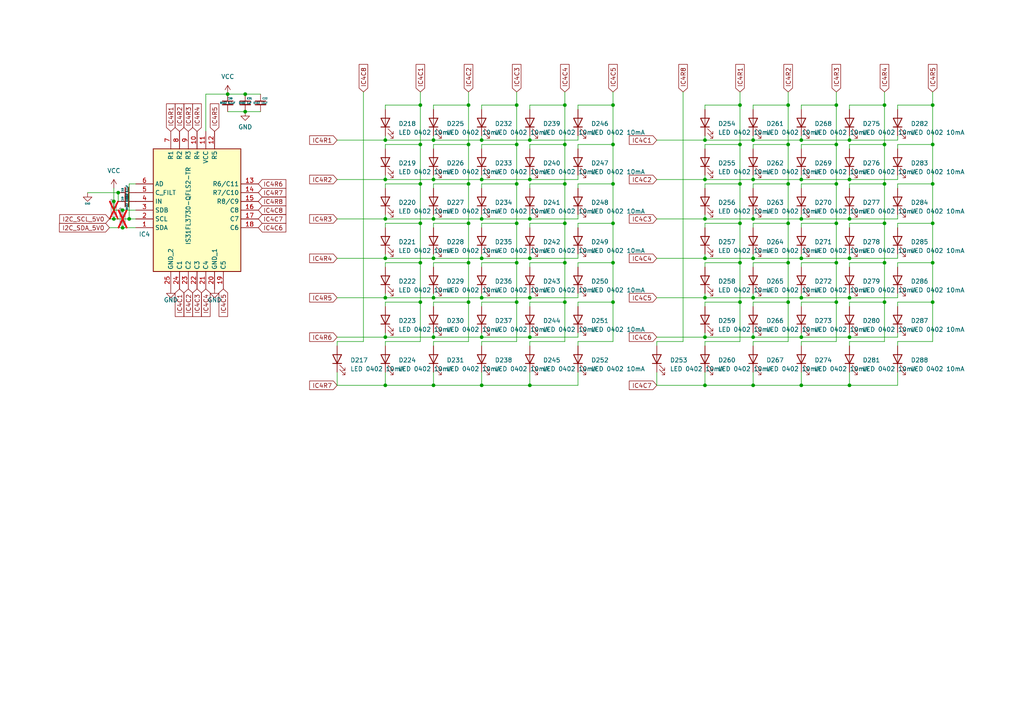
<source format=kicad_sch>
(kicad_sch (version 20231120) (generator "eeschema") (generator_version "8.0")
  (paper "A4")
  (junction (at 270.51 76.2))
  (junction (at 71.12 27.305))
  (junction (at 125.73 52.07))
  (junction (at 125.73 97.79))
  (junction (at 232.41 97.79))
  (junction (at 135.89 87.63))
  (junction (at 270.51 87.63))
  (junction (at 228.6 76.2))
  (junction (at 111.76 63.5))
  (junction (at 218.44 97.79))
  (junction (at 139.7 52.07))
  (junction (at 246.38 40.64))
  (junction (at 214.63 76.2))
  (junction (at 163.83 76.2))
  (junction (at 35.56 60.96))
  (junction (at 246.38 52.07))
  (junction (at 121.92 41.91))
  (junction (at 149.86 30.48))
  (junction (at 242.57 87.63))
  (junction (at 149.86 53.34))
  (junction (at 177.8 76.2))
  (junction (at 218.44 86.36))
  (junction (at 204.47 111.76))
  (junction (at 34.29 55.88))
  (junction (at 149.86 41.91))
  (junction (at 204.47 63.5))
  (junction (at 177.8 87.63))
  (junction (at 232.41 40.64))
  (junction (at 111.76 97.79))
  (junction (at 111.76 86.36))
  (junction (at 232.41 111.76))
  (junction (at 270.51 53.34))
  (junction (at 256.54 53.34))
  (junction (at 177.8 53.34))
  (junction (at 246.38 63.5))
  (junction (at 204.47 40.64))
  (junction (at 242.57 53.34))
  (junction (at 121.92 53.34))
  (junction (at 242.57 64.77))
  (junction (at 256.54 64.77))
  (junction (at 125.73 63.5))
  (junction (at 218.44 40.64))
  (junction (at 153.67 63.5))
  (junction (at 177.8 64.77))
  (junction (at 135.89 76.2))
  (junction (at 218.44 74.93))
  (junction (at 35.56 66.04))
  (junction (at 139.7 63.5))
  (junction (at 218.44 111.76))
  (junction (at 228.6 30.48))
  (junction (at 121.92 64.77))
  (junction (at 246.38 97.79))
  (junction (at 246.38 86.36))
  (junction (at 232.41 52.07))
  (junction (at 33.02 58.42))
  (junction (at 125.73 74.93))
  (junction (at 218.44 52.07))
  (junction (at 270.51 64.77))
  (junction (at 163.83 41.91))
  (junction (at 139.7 40.64))
  (junction (at 214.63 30.48))
  (junction (at 125.73 86.36))
  (junction (at 121.92 87.63))
  (junction (at 256.54 87.63))
  (junction (at 242.57 76.2))
  (junction (at 246.38 111.76))
  (junction (at 149.86 64.77))
  (junction (at 153.67 40.64))
  (junction (at 33.02 63.5))
  (junction (at 232.41 74.93))
  (junction (at 66.04 27.305))
  (junction (at 177.8 41.91))
  (junction (at 111.76 40.64))
  (junction (at 149.86 76.2))
  (junction (at 125.73 40.64))
  (junction (at 246.38 74.93))
  (junction (at 228.6 87.63))
  (junction (at 204.47 86.36))
  (junction (at 204.47 97.79))
  (junction (at 256.54 41.91))
  (junction (at 153.67 86.36))
  (junction (at 232.41 86.36))
  (junction (at 242.57 30.48))
  (junction (at 111.76 74.93))
  (junction (at 256.54 76.2))
  (junction (at 228.6 41.91))
  (junction (at 177.8 30.48))
  (junction (at 228.6 53.34))
  (junction (at 153.67 111.76))
  (junction (at 232.41 63.5))
  (junction (at 214.63 64.77))
  (junction (at 149.86 87.63))
  (junction (at 204.47 74.93))
  (junction (at 163.83 87.63))
  (junction (at 125.73 111.76))
  (junction (at 139.7 74.93))
  (junction (at 135.89 41.91))
  (junction (at 270.51 30.48))
  (junction (at 135.89 30.48))
  (junction (at 214.63 87.63))
  (junction (at 214.63 41.91))
  (junction (at 71.12 32.385))
  (junction (at 163.83 53.34))
  (junction (at 111.76 52.07))
  (junction (at 214.63 53.34))
  (junction (at 139.7 111.76))
  (junction (at 111.76 111.76))
  (junction (at 153.67 97.79))
  (junction (at 256.54 30.48))
  (junction (at 204.47 52.07))
  (junction (at 270.51 41.91))
  (junction (at 121.92 30.48))
  (junction (at 228.6 64.77))
  (junction (at 153.67 74.93))
  (junction (at 153.67 52.07))
  (junction (at 242.57 41.91))
  (junction (at 37.465 63.5))
  (junction (at 135.89 53.34))
  (junction (at 121.92 76.2))
  (junction (at 139.7 97.79))
  (junction (at 139.7 86.36))
  (junction (at 135.89 64.77))
  (junction (at 163.83 30.48))
  (junction (at 163.83 64.77))
  (junction (at 218.44 63.5))
  (wire (pts (xy 33.02 60.96) (xy 35.56 60.96)))
  (wire (pts (xy 167.64 54.61) (xy 167.64 53.34)))
  (wire (pts (xy 260.35 53.34) (xy 270.51 53.34)))
  (wire (pts (xy 260.35 87.63) (xy 270.51 87.63)))
  (wire (pts (xy 97.79 111.76) (xy 111.76 111.76)))
  (wire (pts (xy 246.38 111.76) (xy 260.35 111.76)))
  (wire (pts (xy 218.44 39.37) (xy 218.44 40.64)))
  (wire (pts (xy 33.02 54.61) (xy 33.02 58.42)))
  (wire (pts (xy 246.38 54.61) (xy 246.38 53.34)))
  (wire (pts (xy 246.38 88.9) (xy 246.38 87.63)))
  (wire (pts (xy 66.04 27.305) (xy 71.12 27.305)))
  (wire (pts (xy 125.73 30.48) (xy 135.89 30.48)))
  (wire (pts (xy 121.92 99.06) (xy 111.76 99.06)))
  (wire (pts (xy 260.35 74.93) (xy 260.35 73.66)))
  (wire (pts (xy 167.64 99.06) (xy 177.8 99.06)))
  (wire (pts (xy 163.83 41.91) (xy 163.83 53.34)))
  (wire (pts (xy 125.73 85.09) (xy 125.73 86.36)))
  (wire (pts (xy 111.76 87.63) (xy 121.92 87.63)))
  (wire (pts (xy 139.7 64.77) (xy 149.86 64.77)))
  (wire (pts (xy 125.73 87.63) (xy 135.89 87.63)))
  (wire (pts (xy 167.64 31.75) (xy 167.64 30.48)))
  (wire (pts (xy 204.47 73.66) (xy 204.47 74.93)))
  (wire (pts (xy 232.41 77.47) (xy 232.41 76.2)))
  (wire (pts (xy 33.02 63.5) (xy 37.465 63.5)))
  (wire (pts (xy 246.38 76.2) (xy 256.54 76.2)))
  (wire (pts (xy 218.44 52.07) (xy 232.41 52.07)))
  (wire (pts (xy 125.73 43.18) (xy 125.73 41.91)))
  (wire (pts (xy 260.35 66.04) (xy 260.35 64.77)))
  (wire (pts (xy 228.6 87.63) (xy 228.6 99.06)))
  (wire (pts (xy 139.7 97.79) (xy 153.67 97.79)))
  (wire (pts (xy 167.64 107.95) (xy 167.64 111.76)))
  (wire (pts (xy 139.7 111.76) (xy 153.67 111.76)))
  (wire (pts (xy 111.76 74.93) (xy 125.73 74.93)))
  (wire (pts (xy 97.79 74.93) (xy 111.76 74.93)))
  (wire (pts (xy 111.76 73.66) (xy 111.76 74.93)))
  (wire (pts (xy 204.47 77.47) (xy 204.47 76.2)))
  (wire (pts (xy 218.44 73.66) (xy 218.44 74.93)))
  (wire (pts (xy 204.47 76.2) (xy 214.63 76.2)))
  (wire (pts (xy 163.83 87.63) (xy 163.83 99.06)))
  (wire (pts (xy 218.44 97.79) (xy 232.41 97.79)))
  (wire (pts (xy 59.69 38.1) (xy 59.69 27.305)))
  (wire (pts (xy 97.79 111.76) (xy 97.79 107.95)))
  (wire (pts (xy 218.44 54.61) (xy 218.44 53.34)))
  (wire (pts (xy 246.38 50.8) (xy 246.38 52.07)))
  (wire (pts (xy 121.92 26.67) (xy 121.92 30.48)))
  (wire (pts (xy 256.54 64.77) (xy 256.54 76.2)))
  (wire (pts (xy 139.7 41.91) (xy 149.86 41.91)))
  (wire (pts (xy 246.38 66.04) (xy 246.38 64.77)))
  (wire (pts (xy 204.47 97.79) (xy 218.44 97.79)))
  (wire (pts (xy 246.38 63.5) (xy 260.35 63.5)))
  (wire (pts (xy 218.44 86.36) (xy 232.41 86.36)))
  (wire (pts (xy 218.44 96.52) (xy 218.44 97.79)))
  (wire (pts (xy 242.57 41.91) (xy 242.57 53.34)))
  (wire (pts (xy 214.63 76.2) (xy 214.63 87.63)))
  (wire (pts (xy 139.7 73.66) (xy 139.7 74.93)))
  (wire (pts (xy 242.57 30.48) (xy 242.57 41.91)))
  (wire (pts (xy 66.04 27.305) (xy 59.69 27.305)))
  (wire (pts (xy 260.35 52.07) (xy 260.35 50.8)))
  (wire (pts (xy 167.64 30.48) (xy 177.8 30.48)))
  (wire (pts (xy 190.5 86.36) (xy 204.47 86.36)))
  (wire (pts (xy 256.54 87.63) (xy 256.54 99.06)))
  (wire (pts (xy 177.8 87.63) (xy 177.8 76.2)))
  (wire (pts (xy 34.29 55.88) (xy 34.29 58.42)))
  (wire (pts (xy 228.6 41.91) (xy 228.6 53.34)))
  (wire (pts (xy 139.7 76.2) (xy 149.86 76.2)))
  (wire (pts (xy 153.67 52.07) (xy 167.64 52.07)))
  (wire (pts (xy 190.5 52.07) (xy 204.47 52.07)))
  (wire (pts (xy 139.7 43.18) (xy 139.7 41.91)))
  (wire (pts (xy 218.44 53.34) (xy 228.6 53.34)))
  (wire (pts (xy 232.41 99.06) (xy 232.41 100.33)))
  (wire (pts (xy 232.41 43.18) (xy 232.41 41.91)))
  (wire (pts (xy 190.5 40.64) (xy 204.47 40.64)))
  (wire (pts (xy 111.76 63.5) (xy 125.73 63.5)))
  (wire (pts (xy 270.51 76.2) (xy 270.51 64.77)))
  (wire (pts (xy 232.41 41.91) (xy 242.57 41.91)))
  (wire (pts (xy 25.4 55.88) (xy 34.29 55.88)))
  (wire (pts (xy 242.57 99.06) (xy 232.41 99.06)))
  (wire (pts (xy 260.35 77.47) (xy 260.35 76.2)))
  (wire (pts (xy 37.465 63.5) (xy 37.465 53.34)))
  (wire (pts (xy 228.6 99.06) (xy 218.44 99.06)))
  (wire (pts (xy 111.76 111.76) (xy 125.73 111.76)))
  (wire (pts (xy 149.86 41.91) (xy 149.86 53.34)))
  (wire (pts (xy 167.64 77.47) (xy 167.64 76.2)))
  (wire (pts (xy 232.41 54.61) (xy 232.41 53.34)))
  (wire (pts (xy 204.47 86.36) (xy 218.44 86.36)))
  (wire (pts (xy 97.79 99.06) (xy 97.79 100.33)))
  (wire (pts (xy 246.38 86.36) (xy 260.35 86.36)))
  (wire (pts (xy 125.73 40.64) (xy 139.7 40.64)))
  (wire (pts (xy 125.73 41.91) (xy 135.89 41.91)))
  (wire (pts (xy 228.6 64.77) (xy 228.6 76.2)))
  (wire (pts (xy 260.35 54.61) (xy 260.35 53.34)))
  (wire (pts (xy 214.63 53.34) (xy 214.63 64.77)))
  (wire (pts (xy 242.57 87.63) (xy 242.57 99.06)))
  (wire (pts (xy 218.44 87.63) (xy 228.6 87.63)))
  (wire (pts (xy 111.76 41.91) (xy 121.92 41.91)))
  (wire (pts (xy 139.7 77.47) (xy 139.7 76.2)))
  (wire (pts (xy 232.41 107.95) (xy 232.41 111.76)))
  (wire (pts (xy 242.57 53.34) (xy 242.57 64.77)))
  (wire (pts (xy 125.73 74.93) (xy 139.7 74.93)))
  (wire (pts (xy 167.64 86.36) (xy 167.64 85.09)))
  (wire (pts (xy 139.7 53.34) (xy 149.86 53.34)))
  (wire (pts (xy 153.67 39.37) (xy 153.67 40.64)))
  (wire (pts (xy 33.02 58.42) (xy 33.02 60.96)))
  (wire (pts (xy 163.83 30.48) (xy 163.83 41.91)))
  (wire (pts (xy 153.67 76.2) (xy 163.83 76.2)))
  (wire (pts (xy 204.47 88.9) (xy 204.47 87.63)))
  (wire (pts (xy 149.86 76.2) (xy 149.86 87.63)))
  (wire (pts (xy 218.44 76.2) (xy 228.6 76.2)))
  (wire (pts (xy 256.54 30.48) (xy 256.54 41.91)))
  (wire (pts (xy 246.38 87.63) (xy 256.54 87.63)))
  (wire (pts (xy 125.73 66.04) (xy 125.73 64.77)))
  (wire (pts (xy 232.41 111.76) (xy 246.38 111.76)))
  (wire (pts (xy 218.44 64.77) (xy 228.6 64.77)))
  (wire (pts (xy 153.67 41.91) (xy 163.83 41.91)))
  (wire (pts (xy 177.8 41.91) (xy 177.8 30.48)))
  (wire (pts (xy 153.67 66.04) (xy 153.67 64.77)))
  (wire (pts (xy 177.8 99.06) (xy 177.8 87.63)))
  (wire (pts (xy 232.41 64.77) (xy 242.57 64.77)))
  (wire (pts (xy 163.83 64.77) (xy 163.83 76.2)))
  (wire (pts (xy 232.41 85.09) (xy 232.41 86.36)))
  (wire (pts (xy 75.565 27.305) (xy 71.12 27.305)))
  (wire (pts (xy 204.47 30.48) (xy 214.63 30.48)))
  (wire (pts (xy 97.79 40.64) (xy 111.76 40.64)))
  (wire (pts (xy 204.47 99.06) (xy 204.47 100.33)))
  (wire (pts (xy 153.67 77.47) (xy 153.67 76.2)))
  (wire (pts (xy 153.67 50.8) (xy 153.67 52.07)))
  (wire (pts (xy 153.67 99.06) (xy 153.67 100.33)))
  (wire (pts (xy 204.47 41.91) (xy 214.63 41.91)))
  (wire (pts (xy 121.92 87.63) (xy 121.92 99.06)))
  (wire (pts (xy 246.38 43.18) (xy 246.38 41.91)))
  (wire (pts (xy 31.75 66.04) (xy 35.56 66.04)))
  (wire (pts (xy 111.76 52.07) (xy 125.73 52.07)))
  (wire (pts (xy 149.86 87.63) (xy 149.86 99.06)))
  (wire (pts (xy 218.44 107.95) (xy 218.44 111.76)))
  (wire (pts (xy 153.67 88.9) (xy 153.67 87.63)))
  (wire (pts (xy 97.79 63.5) (xy 111.76 63.5)))
  (wire (pts (xy 125.73 86.36) (xy 139.7 86.36)))
  (wire (pts (xy 71.12 32.385) (xy 66.04 32.385)))
  (wire (pts (xy 214.63 26.67) (xy 214.63 30.48)))
  (wire (pts (xy 218.44 40.64) (xy 232.41 40.64)))
  (wire (pts (xy 256.54 26.67) (xy 256.54 30.48)))
  (wire (pts (xy 167.64 41.91) (xy 177.8 41.91)))
  (wire (pts (xy 218.44 111.76) (xy 232.41 111.76)))
  (wire (pts (xy 190.5 111.76) (xy 204.47 111.76)))
  (wire (pts (xy 125.73 77.47) (xy 125.73 76.2)))
  (wire (pts (xy 260.35 99.06) (xy 260.35 100.33)))
  (wire (pts (xy 204.47 52.07) (xy 218.44 52.07)))
  (wire (pts (xy 204.47 39.37) (xy 204.47 40.64)))
  (wire (pts (xy 232.41 62.23) (xy 232.41 63.5)))
  (wire (pts (xy 135.89 41.91) (xy 135.89 53.34)))
  (wire (pts (xy 167.64 74.93) (xy 167.64 73.66)))
  (wire (pts (xy 97.79 52.07) (xy 111.76 52.07)))
  (wire (pts (xy 125.73 53.34) (xy 135.89 53.34)))
  (wire (pts (xy 111.76 64.77) (xy 121.92 64.77)))
  (wire (pts (xy 97.79 97.79) (xy 111.76 97.79)))
  (wire (pts (xy 139.7 99.06) (xy 139.7 100.33)))
  (wire (pts (xy 125.73 96.52) (xy 125.73 97.79)))
  (wire (pts (xy 153.67 87.63) (xy 163.83 87.63)))
  (wire (pts (xy 198.12 26.67) (xy 198.12 99.06)))
  (wire (pts (xy 204.47 63.5) (xy 218.44 63.5)))
  (wire (pts (xy 153.67 86.36) (xy 167.64 86.36)))
  (wire (pts (xy 246.38 41.91) (xy 256.54 41.91)))
  (wire (pts (xy 125.73 97.79) (xy 139.7 97.79)))
  (wire (pts (xy 121.92 76.2) (xy 121.92 87.63)))
  (wire (pts (xy 125.73 62.23) (xy 125.73 63.5)))
  (wire (pts (xy 163.83 99.06) (xy 153.67 99.06)))
  (wire (pts (xy 139.7 50.8) (xy 139.7 52.07)))
  (wire (pts (xy 139.7 88.9) (xy 139.7 87.63)))
  (wire (pts (xy 125.73 107.95) (xy 125.73 111.76)))
  (wire (pts (xy 163.83 26.67) (xy 163.83 30.48)))
  (wire (pts (xy 139.7 86.36) (xy 153.67 86.36)))
  (wire (pts (xy 121.92 41.91) (xy 121.92 53.34)))
  (wire (pts (xy 232.41 86.36) (xy 246.38 86.36)))
  (wire (pts (xy 260.35 99.06) (xy 270.51 99.06)))
  (wire (pts (xy 125.73 64.77) (xy 135.89 64.77)))
  (wire (pts (xy 232.41 63.5) (xy 246.38 63.5)))
  (wire (pts (xy 149.86 30.48) (xy 149.86 41.91)))
  (wire (pts (xy 256.54 99.06) (xy 246.38 99.06)))
  (wire (pts (xy 167.64 43.18) (xy 167.64 41.91)))
  (wire (pts (xy 246.38 53.34) (xy 256.54 53.34)))
  (wire (pts (xy 204.47 111.76) (xy 218.44 111.76)))
  (wire (pts (xy 218.44 66.04) (xy 218.44 64.77)))
  (wire (pts (xy 204.47 53.34) (xy 214.63 53.34)))
  (wire (pts (xy 153.67 96.52) (xy 153.67 97.79)))
  (wire (pts (xy 228.6 53.34) (xy 228.6 64.77)))
  (wire (pts (xy 218.44 50.8) (xy 218.44 52.07)))
  (wire (pts (xy 260.35 107.95) (xy 260.35 111.76)))
  (wire (pts (xy 204.47 107.95) (xy 204.47 111.76)))
  (wire (pts (xy 135.89 76.2) (xy 135.89 87.63)))
  (wire (pts (xy 270.51 41.91) (xy 270.51 30.48)))
  (wire (pts (xy 232.41 52.07) (xy 246.38 52.07)))
  (wire (pts (xy 125.73 111.76) (xy 139.7 111.76)))
  (wire (pts (xy 111.76 99.06) (xy 111.76 100.33)))
  (wire (pts (xy 218.44 85.09) (xy 218.44 86.36)))
  (wire (pts (xy 204.47 85.09) (xy 204.47 86.36)))
  (wire (pts (xy 270.51 64.77) (xy 270.51 53.34)))
  (wire (pts (xy 218.44 99.06) (xy 218.44 100.33)))
  (wire (pts (xy 260.35 64.77) (xy 270.51 64.77)))
  (wire (pts (xy 260.35 63.5) (xy 260.35 62.23)))
  (wire (pts (xy 218.44 77.47) (xy 218.44 76.2)))
  (wire (pts (xy 218.44 88.9) (xy 218.44 87.63)))
  (wire (pts (xy 177.8 64.77) (xy 177.8 53.34)))
  (wire (pts (xy 246.38 62.23) (xy 246.38 63.5)))
  (wire (pts (xy 135.89 53.34) (xy 135.89 64.77)))
  (wire (pts (xy 125.73 39.37) (xy 125.73 40.64)))
  (wire (pts (xy 153.67 43.18) (xy 153.67 41.91)))
  (wire (pts (xy 167.64 53.34) (xy 177.8 53.34)))
  (wire (pts (xy 75.565 32.385) (xy 71.12 32.385)))
  (wire (pts (xy 260.35 30.48) (xy 270.51 30.48)))
  (wire (pts (xy 218.44 62.23) (xy 218.44 63.5)))
  (wire (pts (xy 270.51 87.63) (xy 270.51 76.2)))
  (wire (pts (xy 218.44 31.75) (xy 218.44 30.48)))
  (wire (pts (xy 246.38 30.48) (xy 256.54 30.48)))
  (wire (pts (xy 135.89 87.63) (xy 135.89 99.06)))
  (wire (pts (xy 135.89 99.06) (xy 125.73 99.06)))
  (wire (pts (xy 204.47 62.23) (xy 204.47 63.5)))
  (wire (pts (xy 149.86 64.77) (xy 149.86 76.2)))
  (wire (pts (xy 204.47 64.77) (xy 214.63 64.77)))
  (wire (pts (xy 125.73 63.5) (xy 139.7 63.5)))
  (wire (pts (xy 232.41 73.66) (xy 232.41 74.93)))
  (wire (pts (xy 111.76 97.79) (xy 125.73 97.79)))
  (wire (pts (xy 190.5 97.79) (xy 204.47 97.79)))
  (wire (pts (xy 35.56 66.04) (xy 39.37 66.04)))
  (wire (pts (xy 204.47 87.63) (xy 214.63 87.63)))
  (wire (pts (xy 204.47 40.64) (xy 218.44 40.64)))
  (wire (pts (xy 232.41 50.8) (xy 232.41 52.07)))
  (wire (pts (xy 232.41 74.93) (xy 246.38 74.93)))
  (wire (pts (xy 167.64 99.06) (xy 167.64 100.33)))
  (wire (pts (xy 153.67 54.61) (xy 153.67 53.34)))
  (wire (pts (xy 204.47 43.18) (xy 204.47 41.91)))
  (wire (pts (xy 125.73 50.8) (xy 125.73 52.07)))
  (wire (pts (xy 153.67 31.75) (xy 153.67 30.48)))
  (wire (pts (xy 228.6 26.67) (xy 228.6 30.48)))
  (wire (pts (xy 218.44 74.93) (xy 232.41 74.93)))
  (wire (pts (xy 256.54 76.2) (xy 256.54 87.63)))
  (wire (pts (xy 139.7 87.63) (xy 149.86 87.63)))
  (wire (pts (xy 228.6 76.2) (xy 228.6 87.63)))
  (wire (pts (xy 139.7 40.64) (xy 153.67 40.64)))
  (wire (pts (xy 153.67 53.34) (xy 163.83 53.34)))
  (wire (pts (xy 167.64 63.5) (xy 167.64 62.23)))
  (wire (pts (xy 190.5 63.5) (xy 204.47 63.5)))
  (wire (pts (xy 111.76 43.18) (xy 111.76 41.91)))
  (wire (pts (xy 111.76 77.47) (xy 111.76 76.2)))
  (wire (pts (xy 111.76 107.95) (xy 111.76 111.76)))
  (wire (pts (xy 153.67 30.48) (xy 163.83 30.48)))
  (wire (pts (xy 246.38 96.52) (xy 246.38 97.79)))
  (wire (pts (xy 111.76 30.48) (xy 121.92 30.48)))
  (wire (pts (xy 167.64 88.9) (xy 167.64 87.63)))
  (wire (pts (xy 125.73 54.61) (xy 125.73 53.34)))
  (wire (pts (xy 167.64 40.64) (xy 167.64 39.37)))
  (wire (pts (xy 139.7 54.61) (xy 139.7 53.34)))
  (wire (pts (xy 121.92 64.77) (xy 121.92 76.2)))
  (wire (pts (xy 135.89 30.48) (xy 135.89 41.91)))
  (wire (pts (xy 204.47 96.52) (xy 204.47 97.79)))
  (wire (pts (xy 125.73 88.9) (xy 125.73 87.63)))
  (wire (pts (xy 111.76 66.04) (xy 111.76 64.77)))
  (wire (pts (xy 111.76 86.36) (xy 125.73 86.36)))
  (wire (pts (xy 256.54 53.34) (xy 256.54 64.77)))
  (wire (pts (xy 149.86 53.34) (xy 149.86 64.77)))
  (wire (pts (xy 232.41 39.37) (xy 232.41 40.64)))
  (wire (pts (xy 214.63 41.91) (xy 214.63 53.34)))
  (wire (pts (xy 125.73 99.06) (xy 125.73 100.33)))
  (wire (pts (xy 232.41 96.52) (xy 232.41 97.79)))
  (wire (pts (xy 31.75 63.5) (xy 33.02 63.5)))
  (wire (pts (xy 97.79 86.36) (xy 111.76 86.36)))
  (wire (pts (xy 121.92 53.34) (xy 121.92 64.77)))
  (wire (pts (xy 246.38 52.07) (xy 260.35 52.07)))
  (wire (pts (xy 111.76 54.61) (xy 111.76 53.34)))
  (wire (pts (xy 270.51 30.48) (xy 270.51 26.67)))
  (wire (pts (xy 204.47 74.93) (xy 218.44 74.93)))
  (wire (pts (xy 218.44 63.5) (xy 232.41 63.5)))
  (wire (pts (xy 153.67 97.79) (xy 167.64 97.79)))
  (wire (pts (xy 37.465 53.34) (xy 39.37 53.34)))
  (wire (pts (xy 125.73 73.66) (xy 125.73 74.93)))
  (wire (pts (xy 135.89 26.67) (xy 135.89 30.48)))
  (wire (pts (xy 125.73 52.07) (xy 139.7 52.07)))
  (wire (pts (xy 214.63 64.77) (xy 214.63 76.2)))
  (wire (pts (xy 139.7 31.75) (xy 139.7 30.48)))
  (wire (pts (xy 246.38 99.06) (xy 246.38 100.33)))
  (wire (pts (xy 242.57 64.77) (xy 242.57 76.2)))
  (wire (pts (xy 153.67 73.66) (xy 153.67 74.93)))
  (wire (pts (xy 153.67 40.64) (xy 167.64 40.64)))
  (wire (pts (xy 232.41 40.64) (xy 246.38 40.64)))
  (wire (pts (xy 125.73 31.75) (xy 125.73 30.48)))
  (wire (pts (xy 111.76 85.09) (xy 111.76 86.36)))
  (wire (pts (xy 177.8 53.34) (xy 177.8 41.91)))
  (wire (pts (xy 153.67 74.93) (xy 167.64 74.93)))
  (wire (pts (xy 167.64 66.04) (xy 167.64 64.77)))
  (wire (pts (xy 242.57 26.67) (xy 242.57 30.48)))
  (wire (pts (xy 167.64 97.79) (xy 167.64 96.52)))
  (wire (pts (xy 111.76 40.64) (xy 125.73 40.64)))
  (wire (pts (xy 232.41 87.63) (xy 242.57 87.63)))
  (wire (pts (xy 139.7 85.09) (xy 139.7 86.36)))
  (wire (pts (xy 204.47 50.8) (xy 204.47 52.07)))
  (wire (pts (xy 37.465 63.5) (xy 39.37 63.5)))
  (wire (pts (xy 111.76 50.8) (xy 111.76 52.07)))
  (wire (pts (xy 260.35 76.2) (xy 270.51 76.2)))
  (wire (pts (xy 111.76 53.34) (xy 121.92 53.34)))
  (wire (pts (xy 246.38 64.77) (xy 256.54 64.77)))
  (wire (pts (xy 232.41 66.04) (xy 232.41 64.77)))
  (wire (pts (xy 218.44 30.48) (xy 228.6 30.48)))
  (wire (pts (xy 246.38 77.47) (xy 246.38 76.2)))
  (wire (pts (xy 214.63 99.06) (xy 204.47 99.06)))
  (wire (pts (xy 177.8 76.2) (xy 177.8 64.77)))
  (wire (pts (xy 139.7 63.5) (xy 153.67 63.5)))
  (wire (pts (xy 232.41 88.9) (xy 232.41 87.63)))
  (wire (pts (xy 246.38 85.09) (xy 246.38 86.36)))
  (wire (pts (xy 232.41 53.34) (xy 242.57 53.34)))
  (wire (pts (xy 214.63 87.63) (xy 214.63 99.06)))
  (wire (pts (xy 260.35 86.36) (xy 260.35 85.09)))
  (wire (pts (xy 232.41 97.79) (xy 246.38 97.79)))
  (wire (pts (xy 139.7 107.95) (xy 139.7 111.76)))
  (wire (pts (xy 270.51 99.06) (xy 270.51 87.63)))
  (wire (pts (xy 139.7 62.23) (xy 139.7 63.5)))
  (wire (pts (xy 204.47 66.04) (xy 204.47 64.77)))
  (wire (pts (xy 153.67 62.23) (xy 153.67 63.5)))
  (wire (pts (xy 228.6 30.48) (xy 228.6 41.91)))
  (wire (pts (xy 149.86 26.67) (xy 149.86 30.48)))
  (wire (pts (xy 35.56 60.96) (xy 39.37 60.96)))
  (wire (pts (xy 163.83 76.2) (xy 163.83 87.63)))
  (wire (pts (xy 260.35 88.9) (xy 260.35 87.63)))
  (wire (pts (xy 177.8 30.48) (xy 177.8 26.67)))
  (wire (pts (xy 242.57 76.2) (xy 242.57 87.63)))
  (wire (pts (xy 232.41 31.75) (xy 232.41 30.48)))
  (wire (pts (xy 246.38 74.93) (xy 260.35 74.93)))
  (wire (pts (xy 167.64 76.2) (xy 177.8 76.2)))
  (wire (pts (xy 111.76 31.75) (xy 111.76 30.48)))
  (wire (pts (xy 139.7 96.52) (xy 139.7 97.79)))
  (wire (pts (xy 139.7 39.37) (xy 139.7 40.64)))
  (wire (pts (xy 204.47 31.75) (xy 204.47 30.48)))
  (wire (pts (xy 153.67 85.09) (xy 153.67 86.36)))
  (wire (pts (xy 149.86 99.06) (xy 139.7 99.06)))
  (wire (pts (xy 246.38 73.66) (xy 246.38 74.93)))
  (wire (pts (xy 214.63 30.48) (xy 214.63 41.91)))
  (wire (pts (xy 246.38 107.95) (xy 246.38 111.76)))
  (wire (pts (xy 105.41 26.67) (xy 105.41 99.06)))
  (wire (pts (xy 190.5 74.93) (xy 204.47 74.93)))
  (wire (pts (xy 153.67 63.5) (xy 167.64 63.5)))
  (wire (pts (xy 135.89 64.77) (xy 135.89 76.2)))
  (wire (pts (xy 167.64 87.63) (xy 177.8 87.63)))
  (wire (pts (xy 111.76 39.37) (xy 111.76 40.64)))
  (wire (pts (xy 218.44 43.18) (xy 218.44 41.91)))
  (wire (pts (xy 270.51 53.34) (xy 270.51 41.91)))
  (wire (pts (xy 139.7 52.07) (xy 153.67 52.07)))
  (wire (pts (xy 232.41 76.2) (xy 242.57 76.2)))
  (wire (pts (xy 167.64 52.07) (xy 167.64 50.8)))
  (wire (pts (xy 198.12 99.06) (xy 190.5 99.06)))
  (wire (pts (xy 246.38 40.64) (xy 260.35 40.64)))
  (wire (pts (xy 167.64 64.77) (xy 177.8 64.77)))
  (wire (pts (xy 111.76 62.23) (xy 111.76 63.5)))
  (wire (pts (xy 139.7 66.04) (xy 139.7 64.77)))
  (wire (pts (xy 153.67 64.77) (xy 163.83 64.77)))
  (wire (pts (xy 246.38 39.37) (xy 246.38 40.64)))
  (wire (pts (xy 125.73 76.2) (xy 135.89 76.2)))
  (wire (pts (xy 139.7 74.93) (xy 153.67 74.93)))
  (wire (pts (xy 153.67 111.76) (xy 167.64 111.76)))
  (wire (pts (xy 260.35 97.79) (xy 260.35 96.52)))
  (wire (pts (xy 260.35 43.18) (xy 260.35 41.91)))
  (wire (pts (xy 204.47 54.61) (xy 204.47 53.34)))
  (wire (pts (xy 190.5 111.76) (xy 190.5 107.95)))
  (wire (pts (xy 246.38 97.79) (xy 260.35 97.79)))
  (wire (pts (xy 190.5 99.06) (xy 190.5 100.33)))
  (wire (pts (xy 153.67 107.95) (xy 153.67 111.76)))
  (wire (pts (xy 256.54 41.91) (xy 256.54 53.34)))
  (wire (pts (xy 218.44 41.91) (xy 228.6 41.91)))
  (wire (pts (xy 105.41 99.06) (xy 97.79 99.06)))
  (wire (pts (xy 260.35 40.64) (xy 260.35 39.37)))
  (wire (pts (xy 111.76 96.52) (xy 111.76 97.79)))
  (wire (pts (xy 246.38 31.75) (xy 246.38 30.48)))
  (wire (pts (xy 260.35 41.91) (xy 270.51 41.91)))
  (wire (pts (xy 232.41 30.48) (xy 242.57 30.48)))
  (wire (pts (xy 260.35 31.75) (xy 260.35 30.48)))
  (wire (pts (xy 163.83 53.34) (xy 163.83 64.77)))
  (wire (pts (xy 111.76 76.2) (xy 121.92 76.2)))
  (wire (pts (xy 121.92 30.48) (xy 121.92 41.91)))
  (wire (pts (xy 111.76 88.9) (xy 111.76 87.63)))
  (wire (pts (xy 139.7 30.48) (xy 149.86 30.48)))
  (global_label "IC4C7" (shape input) (at 74.93 63.5 0) (property "Intersheetrefs" "${INTERSHEET_REFS}" (effects (hide yes))))
  (global_label "IC4C6" (shape input) (at 190.5 97.79 180) (property "Intersheetrefs" "${INTERSHEET_REFS}" (effects (hide yes))))
  (global_label "IC4R7" (shape input) (at 97.79 111.76 180) (property "Intersheetrefs" "${INTERSHEET_REFS}" (effects (hide yes))))
  (global_label "IC4C2" (shape input) (at 190.5 52.07 180) (property "Intersheetrefs" "${INTERSHEET_REFS}" (effects (hide yes))))
  (global_label "IC4C4" (shape input) (at 190.5 74.93 180) (property "Intersheetrefs" "${INTERSHEET_REFS}" (effects (hide yes))))
  (global_label "IC4R8" (shape input) (at 74.93 58.42 0) (property "Intersheetrefs" "${INTERSHEET_REFS}" (effects (hide yes))))
  (global_label "IC4R7" (shape input) (at 74.93 55.88 0) (property "Intersheetrefs" "${INTERSHEET_REFS}" (effects (hide yes))))
  (global_label "IC4C1" (shape input) (at 121.92 26.67 90) (property "Intersheetrefs" "${INTERSHEET_REFS}" (effects (hide yes))))
  (global_label "IC4C5" (shape input) (at 177.8 26.67 90) (property "Intersheetrefs" "${INTERSHEET_REFS}" (effects (hide yes))))
  (global_label "IC4C3" (shape input) (at 190.5 63.5 180) (property "Intersheetrefs" "${INTERSHEET_REFS}" (effects (hide yes))))
  (global_label "IC4R3" (shape input) (at 97.79 63.5 180) (property "Intersheetrefs" "${INTERSHEET_REFS}" (effects (hide yes))))
  (global_label "IC4C1" (shape input) (at 52.07 83.82 270) (property "Intersheetrefs" "${INTERSHEET_REFS}" (effects (hide yes))))
  (global_label "IC4R3" (shape input) (at 242.57 26.67 90) (property "Intersheetrefs" "${INTERSHEET_REFS}" (effects (hide yes))))
  (global_label "IC4C2" (shape input) (at 54.61 83.82 270) (property "Intersheetrefs" "${INTERSHEET_REFS}" (effects (hide yes))))
  (global_label "IC4C4" (shape input) (at 59.69 83.82 270) (property "Intersheetrefs" "${INTERSHEET_REFS}" (effects (hide yes))))
  (global_label "IC4R4" (shape input) (at 57.15 38.1 90) (property "Intersheetrefs" "${INTERSHEET_REFS}" (effects (hide yes))))
  (global_label "IC4R4" (shape input) (at 97.79 74.93 180) (property "Intersheetrefs" "${INTERSHEET_REFS}" (effects (hide yes))))
  (global_label "I2C_SCL_5V0" (shape input) (at 31.75 63.5 180) (property "Intersheetrefs" "${INTERSHEET_REFS}" (effects (hide yes))))
  (global_label "IC4R2" (shape input) (at 52.07 38.1 90) (property "Intersheetrefs" "${INTERSHEET_REFS}" (effects (hide yes))))
  (global_label "I2C_SDA_5V0" (shape input) (at 31.75 66.04 180) (property "Intersheetrefs" "${INTERSHEET_REFS}" (effects (hide yes))))
  (global_label "IC4C8" (shape input) (at 74.93 60.96 0) (property "Intersheetrefs" "${INTERSHEET_REFS}" (effects (hide yes))))
  (global_label "IC4C7" (shape input) (at 190.5 111.76 180) (property "Intersheetrefs" "${INTERSHEET_REFS}" (effects (hide yes))))
  (global_label "IC4C3" (shape input) (at 149.86 26.67 90) (property "Intersheetrefs" "${INTERSHEET_REFS}" (effects (hide yes))))
  (global_label "IC4C1" (shape input) (at 190.5 40.64 180) (property "Intersheetrefs" "${INTERSHEET_REFS}" (effects (hide yes))))
  (global_label "IC4R8" (shape input) (at 198.12 26.67 90) (property "Intersheetrefs" "${INTERSHEET_REFS}" (effects (hide yes))))
  (global_label "IC4R5" (shape input) (at 97.79 86.36 180) (property "Intersheetrefs" "${INTERSHEET_REFS}" (effects (hide yes))))
  (global_label "IC4R5" (shape input) (at 270.51 26.67 90) (property "Intersheetrefs" "${INTERSHEET_REFS}" (effects (hide yes))))
  (global_label "IC4R6" (shape input) (at 97.79 97.79 180) (property "Intersheetrefs" "${INTERSHEET_REFS}" (effects (hide yes))))
  (global_label "IC4C5" (shape input) (at 190.5 86.36 180) (property "Intersheetrefs" "${INTERSHEET_REFS}" (effects (hide yes))))
  (global_label "IC4C4" (shape input) (at 163.83 26.67 90) (property "Intersheetrefs" "${INTERSHEET_REFS}" (effects (hide yes))))
  (global_label "IC4C8" (shape input) (at 105.41 26.67 90) (property "Intersheetrefs" "${INTERSHEET_REFS}" (effects (hide yes))))
  (global_label "IC4C2" (shape input) (at 135.89 26.67 90) (property "Intersheetrefs" "${INTERSHEET_REFS}" (effects (hide yes))))
  (global_label "IC4R1" (shape input) (at 214.63 26.67 90) (property "Intersheetrefs" "${INTERSHEET_REFS}" (effects (hide yes))))
  (global_label "IC4R5" (shape input) (at 62.23 38.1 90) (property "Intersheetrefs" "${INTERSHEET_REFS}" (effects (hide yes))))
  (global_label "IC4R1" (shape input) (at 97.79 40.64 180) (property "Intersheetrefs" "${INTERSHEET_REFS}" (effects (hide yes))))
  (global_label "IC4R4" (shape input) (at 256.54 26.67 90) (property "Intersheetrefs" "${INTERSHEET_REFS}" (effects (hide yes))))
  (global_label "IC4R1" (shape input) (at 49.53 38.1 90) (property "Intersheetrefs" "${INTERSHEET_REFS}" (effects (hide yes))))
  (global_label "IC4R2" (shape input) (at 228.6 26.67 90) (property "Intersheetrefs" "${INTERSHEET_REFS}" (effects (hide yes))))
  (global_label "IC4R6" (shape input) (at 74.93 53.34 0) (property "Intersheetrefs" "${INTERSHEET_REFS}" (effects (hide yes))))
  (global_label "IC4C6" (shape input) (at 74.93 66.04 0) (property "Intersheetrefs" "${INTERSHEET_REFS}" (effects (hide yes))))
  (global_label "IC4R2" (shape input) (at 97.79 52.07 180) (property "Intersheetrefs" "${INTERSHEET_REFS}" (effects (hide yes))))
  (global_label "IC4C5" (shape input) (at 64.77 83.82 270) (property "Intersheetrefs" "${INTERSHEET_REFS}" (effects (hide yes))))
  (global_label "IC4C3" (shape input) (at 57.15 83.82 270) (property "Intersheetrefs" "${INTERSHEET_REFS}" (effects (hide yes))))
  (global_label "IC4R3" (shape input) (at 54.61 38.1 90) (property "Intersheetrefs" "${INTERSHEET_REFS}" (effects (hide yes))))
  (symbol (lib_id "Device:LED") (at 153.67 92.71 90) (unit 1)
    (property "Reference" "D244" (at 157.48 93.0275 90) (effects (justify right)))
    (property "Value" "LED 0402 10mA" (at 157.48 95.5675 90) (effects (justify right)))
    (property "Footprint" "LED_SMD:LED_0402_1005Metric" (effects (hide yes)))
  )
  (symbol (lib_id "Device:LED") (at 125.73 92.71 90) (unit 1)
    (property "Reference" "D230" (at 129.54 93.0275 90) (effects (justify right)))
    (property "Value" "LED 0402 10mA" (at 129.54 95.5675 90) (effects (justify right)))
    (property "Footprint" "LED_SMD:LED_0402_1005Metric" (effects (hide yes)))
  )
  (symbol (lib_id "Device:LED") (at 125.73 81.28 90) (unit 1)
    (property "Reference" "D229" (at 129.54 81.5975 90) (effects (justify right)))
    (property "Value" "LED 0402 10mA" (at 129.54 84.1375 90) (effects (justify right)))
    (property "Footprint" "LED_SMD:LED_0402_1005Metric" (effects (hide yes)))
  )
  (symbol (lib_id "Device:LED") (at 232.41 81.28 90) (unit 1)
    (property "Reference" "D272" (at 236.22 81.5975 90) (effects (justify right)))
    (property "Value" "LED 0402 10mA" (at 236.22 84.1375 90) (effects (justify right)))
    (property "Footprint" "LED_SMD:LED_0402_1005Metric" (effects (hide yes)))
  )
  (symbol (lib_id "power:GND") (at 25.4 55.88 0) (unit 1)
    (property "Reference" "#PWR021" (effects (hide yes)))
    (property "Value" "GND" (at 25.4 59.055 0) (effects (font (size 0.5 0.5))))
  )
  (symbol (lib_id "Device:LED") (at 260.35 81.28 90) (unit 1)
    (property "Reference" "D286" (at 264.16 81.5975 90) (effects (justify right)))
    (property "Value" "LED 0402 10mA" (at 264.16 84.1375 90) (effects (justify right)))
    (property "Footprint" "LED_SMD:LED_0402_1005Metric" (effects (hide yes)))
  )
  (symbol (lib_id "power:VCC") (at 33.02 54.61 0) (unit 1)
    (property "Reference" "#PWR022" (effects (hide yes)))
    (property "Value" "VCC" (at 33.02 49.53 0))
  )
  (symbol (lib_id "IS31FL3730-QFLS2-TR:IS31FL3730-QFLS2-TR") (at 39.37 66.04 0) (mirror x) (unit 1)
    (property "Reference" "IC4" (at 41.91 67.945 0))
    (property "Value" "IS31FL3730-QFLS2-TR" (at 54.61 59.69 90))
    (property "Footprint" "Package_DFN_QFN:QFN-24-1EP_4x4mm_P0.5mm_EP2.6x2.6mm_ThermalVias" (effects (hide yes)))
    (property "Datasheet" "https://componentsearchengine.com/Datasheets/1/IS31FL3730-QFLS2-TR.pdf" (effects (hide yes)))
    (property "Height" "0.8" (effects (hide yes)))
    (property "Mouser Part Number" "870-IS31FL3730QFLS2R" (effects (hide yes)))
    (property "Mouser Price/Stock" "https://www.mouser.com/Search/Refine.aspx?Keyword=870-IS31FL3730QFLS2R" (effects (hide yes)))
    (property "Manufacturer_Name" "Integrated Silicon Solution Inc." (effects (hide yes)))
    (property "Manufacturer_Part_Number" "IS31FL3730-QFLS2-TR" (effects (hide yes)))
  )
  (symbol (lib_id "Device:LED") (at 246.38 104.14 90) (unit 1)
    (property "Reference" "D281" (at 250.19 104.4575 90) (effects (justify right)))
    (property "Value" "LED 0402 10mA" (at 250.19 106.9975 90) (effects (justify right)))
    (property "Footprint" "LED_SMD:LED_0402_1005Metric" (effects (hide yes)))
  )
  (symbol (lib_id "Device:C_Small") (at 36.83 55.88 90) (unit 1)
    (property "Reference" "C18" (at 35.56 55.245 0) (effects (font (size 0.5 0.5))))
    (property "Value" "0402 0.1uF" (at 36.83 55.88 0) (effects (font (size 0.5 0.5))))
    (property "Footprint" "Capacitor_SMD:C_0402_1005Metric" (effects (hide yes)))
  )
  (symbol (lib_id "Device:LED") (at 260.35 58.42 90) (unit 1)
    (property "Reference" "D284" (at 264.16 58.7375 90) (effects (justify right)))
    (property "Value" "LED 0402 10mA" (at 264.16 61.2775 90) (effects (justify right)))
    (property "Footprint" "LED_SMD:LED_0402_1005Metric" (effects (hide yes)))
  )
  (symbol (lib_id "Device:LED") (at 125.73 46.99 90) (unit 1)
    (property "Reference" "D226" (at 129.54 47.3075 90) (effects (justify right)))
    (property "Value" "LED 0402 10mA" (at 129.54 49.8475 90) (effects (justify right)))
    (property "Footprint" "LED_SMD:LED_0402_1005Metric" (effects (hide yes)))
  )
  (symbol (lib_id "Device:LED") (at 111.76 46.99 90) (unit 1)
    (property "Reference" "D219" (at 115.57 47.3075 90) (effects (justify right)))
    (property "Value" "LED 0402 10mA" (at 115.57 49.8475 90) (effects (justify right)))
    (property "Footprint" "LED_SMD:LED_0402_1005Metric" (effects (hide yes)))
  )
  (symbol (lib_id "power:GND") (at 49.53 83.82 0) (mirror y) (unit 1)
    (property "Reference" "#PWR023" (effects (hide yes)))
    (property "Value" "GND" (at 49.53 86.995 0))
  )
  (symbol (lib_id "Device:LED") (at 218.44 46.99 90) (unit 1)
    (property "Reference" "D262" (at 222.25 47.3075 90) (effects (justify right)))
    (property "Value" "LED 0402 10mA" (at 222.25 49.8475 90) (effects (justify right)))
    (property "Footprint" "LED_SMD:LED_0402_1005Metric" (effects (hide yes)))
  )
  (symbol (lib_id "Device:LED") (at 111.76 58.42 90) (unit 1)
    (property "Reference" "D220" (at 115.57 58.7375 90) (effects (justify right)))
    (property "Value" "LED 0402 10mA" (at 115.57 61.2775 90) (effects (justify right)))
    (property "Footprint" "LED_SMD:LED_0402_1005Metric" (effects (hide yes)))
  )
  (symbol (lib_id "Device:LED") (at 111.76 104.14 90) (unit 1)
    (property "Reference" "D224" (at 115.57 104.4575 90) (effects (justify right)))
    (property "Value" "LED 0402 10mA" (at 115.57 106.9975 90) (effects (justify right)))
    (property "Footprint" "LED_SMD:LED_0402_1005Metric" (effects (hide yes)))
  )
  (symbol (lib_id "Device:LED") (at 111.76 69.85 90) (unit 1)
    (property "Reference" "D221" (at 115.57 70.1675 90) (effects (justify right)))
    (property "Value" "LED 0402 10mA" (at 115.57 72.7075 90) (effects (justify right)))
    (property "Footprint" "LED_SMD:LED_0402_1005Metric" (effects (hide yes)))
  )
  (symbol (lib_id "Device:LED") (at 139.7 69.85 90) (unit 1)
    (property "Reference" "D235" (at 143.51 70.1675 90) (effects (justify right)))
    (property "Value" "LED 0402 10mA" (at 143.51 72.7075 90) (effects (justify right)))
    (property "Footprint" "LED_SMD:LED_0402_1005Metric" (effects (hide yes)))
  )
  (symbol (lib_id "Device:LED") (at 260.35 46.99 90) (unit 1)
    (property "Reference" "D283" (at 264.16 47.3075 90) (effects (justify right)))
    (property "Value" "LED 0402 10mA" (at 264.16 49.8475 90) (effects (justify right)))
    (property "Footprint" "LED_SMD:LED_0402_1005Metric" (effects (hide yes)))
  )
  (symbol (lib_id "Device:LED") (at 190.5 104.14 90) (unit 1)
    (property "Reference" "D253" (at 194.31 104.4575 90) (effects (justify right)))
    (property "Value" "LED 0402 10mA" (at 194.31 106.9975 90) (effects (justify right)))
    (property "Footprint" "LED_SMD:LED_0402_1005Metric" (effects (hide yes)))
  )
  (symbol (lib_id "Device:LED") (at 246.38 69.85 90) (unit 1)
    (property "Reference" "D278" (at 250.19 70.1675 90) (effects (justify right)))
    (property "Value" "LED 0402 10mA" (at 250.19 72.7075 90) (effects (justify right)))
    (property "Footprint" "LED_SMD:LED_0402_1005Metric" (effects (hide yes)))
  )
  (symbol (lib_id "power:GND") (at 71.12 32.385 0) (unit 1)
    (property "Reference" "#PWR030" (effects (hide yes)))
    (property "Value" "GND" (at 71.12 36.83 0))
  )
  (symbol (lib_id "Device:LED") (at 167.64 58.42 90) (unit 1)
    (property "Reference" "D248" (at 171.45 58.7375 90) (effects (justify right)))
    (property "Value" "LED 0402 10mA" (at 171.45 61.2775 90) (effects (justify right)))
    (property "Footprint" "LED_SMD:LED_0402_1005Metric" (effects (hide yes)))
  )
  (symbol (lib_id "Device:LED") (at 204.47 35.56 90) (unit 1)
    (property "Reference" "D254" (at 208.28 35.8775 90) (effects (justify right)))
    (property "Value" "LED 0402 10mA" (at 208.28 38.4175 90) (effects (justify right)))
    (property "Footprint" "LED_SMD:LED_0402_1005Metric" (effects (hide yes)))
  )
  (symbol (lib_id "Device:R_Small") (at 33.02 60.96 180) (unit 1) (on_board no) (dnp yes)
    (property "Reference" "R15" (at 32.385 58.42 90) (effects (font (size 0.5 0.5))))
    (property "Value" "10K 0402" (at 33.02 60.96 90) (effects (font (size 0.4 0.4))))
    (property "Footprint" "Resistor_SMD:R_0402_1005Metric" (effects (hide yes)))
  )
  (symbol (lib_id "Device:LED") (at 204.47 69.85 90) (unit 1)
    (property "Reference" "D257" (at 208.28 70.1675 90) (effects (justify right)))
    (property "Value" "LED 0402 10mA" (at 208.28 72.7075 90) (effects (justify right)))
    (property "Footprint" "LED_SMD:LED_0402_1005Metric" (effects (hide yes)))
  )
  (symbol (lib_id "Device:LED") (at 246.38 81.28 90) (unit 1)
    (property "Reference" "D279" (at 250.19 81.5975 90) (effects (justify right)))
    (property "Value" "LED 0402 10mA" (at 250.19 84.1375 90) (effects (justify right)))
    (property "Footprint" "LED_SMD:LED_0402_1005Metric" (effects (hide yes)))
  )
  (symbol (lib_id "Device:LED") (at 246.38 58.42 90) (unit 1)
    (property "Reference" "D277" (at 250.19 58.7375 90) (effects (justify right)))
    (property "Value" "LED 0402 10mA" (at 250.19 61.2775 90) (effects (justify right)))
    (property "Footprint" "LED_SMD:LED_0402_1005Metric" (effects (hide yes)))
  )
  (symbol (lib_id "Device:LED") (at 232.41 58.42 90) (unit 1)
    (property "Reference" "D270" (at 236.22 58.7375 90) (effects (justify right)))
    (property "Value" "LED 0402 10mA" (at 236.22 61.2775 90) (effects (justify right)))
    (property "Footprint" "LED_SMD:LED_0402_1005Metric" (effects (hide yes)))
  )
  (symbol (lib_id "Device:C_Small") (at 36.83 58.42 90) (unit 1)
    (property "Reference" "C19" (at 35.56 57.785 0) (effects (font (size 0.5 0.5))))
    (property "Value" "0402 0.22uF" (at 36.83 58.42 0) (effects (font (size 0.5 0.5))))
    (property "Footprint" "Capacitor_SMD:C_0402_1005Metric" (effects (hide yes)))
  )
  (symbol (lib_id "Device:LED") (at 139.7 46.99 90) (unit 1)
    (property "Reference" "D233" (at 143.51 47.3075 90) (effects (justify right)))
    (property "Value" "LED 0402 10mA" (at 143.51 49.8475 90) (effects (justify right)))
    (property "Footprint" "LED_SMD:LED_0402_1005Metric" (effects (hide yes)))
  )
  (symbol (lib_id "Device:LED") (at 167.64 35.56 90) (unit 1)
    (property "Reference" "D246" (at 171.45 35.8775 90) (effects (justify right)))
    (property "Value" "LED 0402 10mA" (at 171.45 38.4175 90) (effects (justify right)))
    (property "Footprint" "LED_SMD:LED_0402_1005Metric" (effects (hide yes)))
  )
  (symbol (lib_id "Device:LED") (at 204.47 46.99 90) (unit 1)
    (property "Reference" "D255" (at 208.28 47.3075 90) (effects (justify right)))
    (property "Value" "LED 0402 10mA" (at 208.28 49.8475 90) (effects (justify right)))
    (property "Footprint" "LED_SMD:LED_0402_1005Metric" (effects (hide yes)))
  )
  (symbol (lib_id "Device:LED") (at 125.73 35.56 90) (unit 1)
    (property "Reference" "D225" (at 129.54 35.8775 90) (effects (justify right)))
    (property "Value" "LED 0402 10mA" (at 129.54 38.4175 90) (effects (justify right)))
    (property "Footprint" "LED_SMD:LED_0402_1005Metric" (effects (hide yes)))
  )
  (symbol (lib_id "Device:LED") (at 153.67 46.99 90) (unit 1)
    (property "Reference" "D240" (at 157.48 47.3075 90) (effects (justify right)))
    (property "Value" "LED 0402 10mA" (at 157.48 49.8475 90) (effects (justify right)))
    (property "Footprint" "LED_SMD:LED_0402_1005Metric" (effects (hide yes)))
  )
  (symbol (lib_id "Device:LED") (at 260.35 69.85 90) (unit 1)
    (property "Reference" "D285" (at 264.16 70.1675 90) (effects (justify right)))
    (property "Value" "LED 0402 10mA" (at 264.16 72.7075 90) (effects (justify right)))
    (property "Footprint" "LED_SMD:LED_0402_1005Metric" (effects (hide yes)))
  )
  (symbol (lib_id "Device:LED") (at 260.35 104.14 90) (unit 1)
    (property "Reference" "D288" (at 264.16 104.4575 90) (effects (justify right)))
    (property "Value" "LED 0402 10mA" (at 264.16 106.9975 90) (effects (justify right)))
    (property "Footprint" "LED_SMD:LED_0402_1005Metric" (effects (hide yes)))
  )
  (symbol (lib_id "Device:LED") (at 167.64 81.28 90) (unit 1)
    (property "Reference" "D250" (at 171.45 81.5975 90) (effects (justify right)))
    (property "Value" "LED 0402 10mA" (at 171.45 84.1375 90) (effects (justify right)))
    (property "Footprint" "LED_SMD:LED_0402_1005Metric" (effects (hide yes)))
  )
  (symbol (lib_id "Device:LED") (at 218.44 92.71 90) (unit 1)
    (property "Reference" "D266" (at 222.25 93.0275 90) (effects (justify right)))
    (property "Value" "LED 0402 10mA" (at 222.25 95.5675 90) (effects (justify right)))
    (property "Footprint" "LED_SMD:LED_0402_1005Metric" (effects (hide yes)))
  )
  (symbol (lib_id "Device:LED") (at 139.7 35.56 90) (unit 1)
    (property "Reference" "D232" (at 143.51 35.8775 90) (effects (justify right)))
    (property "Value" "LED 0402 10mA" (at 143.51 38.4175 90) (effects (justify right)))
    (property "Footprint" "LED_SMD:LED_0402_1005Metric" (effects (hide yes)))
  )
  (symbol (lib_id "Device:LED") (at 218.44 58.42 90) (unit 1)
    (property "Reference" "D263" (at 222.25 58.7375 90) (effects (justify right)))
    (property "Value" "LED 0402 10mA" (at 222.25 61.2775 90) (effects (justify right)))
    (property "Footprint" "LED_SMD:LED_0402_1005Metric" (effects (hide yes)))
  )
  (symbol (lib_id "Device:LED") (at 218.44 69.85 90) (unit 1)
    (property "Reference" "D264" (at 222.25 70.1675 90) (effects (justify right)))
    (property "Value" "LED 0402 10mA" (at 222.25 72.7075 90) (effects (justify right)))
    (property "Footprint" "LED_SMD:LED_0402_1005Metric" (effects (hide yes)))
  )
  (symbol (lib_id "Device:R_Small") (at 35.56 63.5 180) (unit 1) (on_board no) (dnp yes)
    (property "Reference" "R16" (at 34.925 60.96 90) (effects (font (size 0.5 0.5))))
    (property "Value" "10K 0402" (at 35.56 63.5 90) (effects (font (size 0.4 0.4))))
    (property "Footprint" "Resistor_SMD:R_0402_1005Metric" (effects (hide yes)))
  )
  (symbol (lib_id "Device:LED") (at 246.38 35.56 90) (unit 1)
    (property "Reference" "D275" (at 250.19 35.8775 90) (effects (justify right)))
    (property "Value" "LED 0402 10mA" (at 250.19 38.4175 90) (effects (justify right)))
    (property "Footprint" "LED_SMD:LED_0402_1005Metric" (effects (hide yes)))
  )
  (symbol (lib_id "Device:LED") (at 153.67 69.85 90) (unit 1)
    (property "Reference" "D242" (at 157.48 70.1675 90) (effects (justify right)))
    (property "Value" "LED 0402 10mA" (at 157.48 72.7075 90) (effects (justify right)))
    (property "Footprint" "LED_SMD:LED_0402_1005Metric" (effects (hide yes)))
  )
  (symbol (lib_id "Device:LED") (at 111.76 35.56 90) (unit 1)
    (property "Reference" "D218" (at 115.57 35.8775 90) (effects (justify right)))
    (property "Value" "LED 0402 10mA" (at 115.57 38.4175 90) (effects (justify right)))
    (property "Footprint" "LED_SMD:LED_0402_1005Metric" (effects (hide yes)))
  )
  (symbol (lib_id "Device:LED") (at 204.47 92.71 90) (unit 1)
    (property "Reference" "D259" (at 208.28 93.0275 90) (effects (justify right)))
    (property "Value" "LED 0402 10mA" (at 208.28 95.5675 90) (effects (justify right)))
    (property "Footprint" "LED_SMD:LED_0402_1005Metric" (effects (hide yes)))
  )
  (symbol (lib_id "Device:LED") (at 246.38 46.99 90) (unit 1)
    (property "Reference" "D276" (at 250.19 47.3075 90) (effects (justify right)))
    (property "Value" "LED 0402 10mA" (at 250.19 49.8475 90) (effects (justify right)))
    (property "Footprint" "LED_SMD:LED_0402_1005Metric" (effects (hide yes)))
  )
  (symbol (lib_id "Device:LED") (at 153.67 35.56 90) (unit 1)
    (property "Reference" "D239" (at 157.48 35.8775 90) (effects (justify right)))
    (property "Value" "LED 0402 10mA" (at 157.48 38.4175 90) (effects (justify right)))
    (property "Footprint" "LED_SMD:LED_0402_1005Metric" (effects (hide yes)))
  )
  (symbol (lib_id "Device:LED") (at 153.67 81.28 90) (unit 1)
    (property "Reference" "D243" (at 157.48 81.5975 90) (effects (justify right)))
    (property "Value" "LED 0402 10mA" (at 157.48 84.1375 90) (effects (justify right)))
    (property "Footprint" "LED_SMD:LED_0402_1005Metric" (effects (hide yes)))
  )
  (symbol (lib_id "Device:LED") (at 167.64 104.14 90) (unit 1)
    (property "Reference" "D252" (at 171.45 104.4575 90) (effects (justify right)))
    (property "Value" "LED 0402 10mA" (at 171.45 106.9975 90) (effects (justify right)))
    (property "Footprint" "LED_SMD:LED_0402_1005Metric" (effects (hide yes)))
  )
  (symbol (lib_id "Device:LED") (at 246.38 92.71 90) (unit 1)
    (property "Reference" "D280" (at 250.19 93.0275 90) (effects (justify right)))
    (property "Value" "LED 0402 10mA" (at 250.19 95.5675 90) (effects (justify right)))
    (property "Footprint" "LED_SMD:LED_0402_1005Metric" (effects (hide yes)))
  )
  (symbol (lib_id "Device:LED") (at 125.73 104.14 90) (unit 1)
    (property "Reference" "D231" (at 129.54 104.4575 90) (effects (justify right)))
    (property "Value" "LED 0402 10mA" (at 129.54 106.9975 90) (effects (justify right)))
    (property "Footprint" "LED_SMD:LED_0402_1005Metric" (effects (hide yes)))
  )
  (symbol (lib_id "Device:LED") (at 167.64 69.85 90) (unit 1)
    (property "Reference" "D249" (at 171.45 70.1675 90) (effects (justify right)))
    (property "Value" "LED 0402 10mA" (at 171.45 72.7075 90) (effects (justify right)))
    (property "Footprint" "LED_SMD:LED_0402_1005Metric" (effects (hide yes)))
  )
  (symbol (lib_id "Device:LED") (at 125.73 69.85 90) (unit 1)
    (property "Reference" "D228" (at 129.54 70.1675 90) (effects (justify right)))
    (property "Value" "LED 0402 10mA" (at 129.54 72.7075 90) (effects (justify right)))
    (property "Footprint" "LED_SMD:LED_0402_1005Metric" (effects (hide yes)))
  )
  (symbol (lib_id "Device:LED") (at 167.64 92.71 90) (unit 1)
    (property "Reference" "D251" (at 171.45 93.0275 90) (effects (justify right)))
    (property "Value" "LED 0402 10mA" (at 171.45 95.5675 90) (effects (justify right)))
    (property "Footprint" "LED_SMD:LED_0402_1005Metric" (effects (hide yes)))
  )
  (symbol (lib_id "power:VCC") (at 66.04 27.305 0) (unit 1)
    (property "Reference" "#PWR026" (effects (hide yes)))
    (property "Value" "VCC" (at 66.04 22.225 0))
  )
  (symbol (lib_id "Device:LED") (at 232.41 104.14 90) (unit 1)
    (property "Reference" "D274" (at 236.22 104.4575 90) (effects (justify right)))
    (property "Value" "LED 0402 10mA" (at 236.22 106.9975 90) (effects (justify right)))
    (property "Footprint" "LED_SMD:LED_0402_1005Metric" (effects (hide yes)))
  )
  (symbol (lib_id "Device:C_Small") (at 75.565 29.845 0) (unit 1)
    (property "Reference" "C22" (at 76.835 28.575 0) (effects (font (size 0.5 0.5))))
    (property "Value" "0402 10uF" (at 75.565 29.845 0) (effects (font (size 0.5 0.5))))
    (property "Footprint" "Capacitor_SMD:C_0402_1005Metric" (effects (hide yes)))
  )
  (symbol (lib_id "Device:LED") (at 218.44 35.56 90) (unit 1)
    (property "Reference" "D261" (at 222.25 35.8775 90) (effects (justify right)))
    (property "Value" "LED 0402 10mA" (at 222.25 38.4175 90) (effects (justify right)))
    (property "Footprint" "LED_SMD:LED_0402_1005Metric" (effects (hide yes)))
  )
  (symbol (lib_id "Device:LED") (at 139.7 58.42 90) (unit 1)
    (property "Reference" "D234" (at 143.51 58.7375 90) (effects (justify right)))
    (property "Value" "LED 0402 10mA" (at 143.51 61.2775 90) (effects (justify right)))
    (property "Footprint" "LED_SMD:LED_0402_1005Metric" (effects (hide yes)))
  )
  (symbol (lib_id "Device:LED") (at 97.79 104.14 90) (unit 1)
    (property "Reference" "D217" (at 101.6 104.4575 90) (effects (justify right)))
    (property "Value" "LED 0402 10mA" (at 101.6 106.9975 90) (effects (justify right)))
    (property "Footprint" "LED_SMD:LED_0402_1005Metric" (effects (hide yes)))
  )
  (symbol (lib_id "Device:LED") (at 218.44 104.14 90) (unit 1)
    (property "Reference" "D267" (at 222.25 104.4575 90) (effects (justify right)))
    (property "Value" "LED 0402 10mA" (at 222.25 106.9975 90) (effects (justify right)))
    (property "Footprint" "LED_SMD:LED_0402_1005Metric" (effects (hide yes)))
  )
  (symbol (lib_id "Device:LED") (at 153.67 104.14 90) (unit 1)
    (property "Reference" "D245" (at 157.48 104.4575 90) (effects (justify right)))
    (property "Value" "LED 0402 10mA" (at 157.48 106.9975 90) (effects (justify right)))
    (property "Footprint" "LED_SMD:LED_0402_1005Metric" (effects (hide yes)))
  )
  (symbol (lib_id "Device:LED") (at 204.47 81.28 90) (unit 1)
    (property "Reference" "D258" (at 208.28 81.5975 90) (effects (justify right)))
    (property "Value" "LED 0402 10mA" (at 208.28 84.1375 90) (effects (justify right)))
    (property "Footprint" "LED_SMD:LED_0402_1005Metric" (effects (hide yes)))
  )
  (symbol (lib_id "Device:LED") (at 111.76 92.71 90) (unit 1)
    (property "Reference" "D223" (at 115.57 93.0275 90) (effects (justify right)))
    (property "Value" "LED 0402 10mA" (at 115.57 95.5675 90) (effects (justify right)))
    (property "Footprint" "LED_SMD:LED_0402_1005Metric" (effects (hide yes)))
  )
  (symbol (lib_id "Device:LED") (at 167.64 46.99 90) (unit 1)
    (property "Reference" "D247" (at 171.45 47.3075 90) (effects (justify right)))
    (property "Value" "LED 0402 10mA" (at 171.45 49.8475 90) (effects (justify right)))
    (property "Footprint" "LED_SMD:LED_0402_1005Metric" (effects (hide yes)))
  )
  (symbol (lib_id "Device:LED") (at 232.41 46.99 90) (unit 1)
    (property "Reference" "D269" (at 236.22 47.3075 90) (effects (justify right)))
    (property "Value" "LED 0402 10mA" (at 236.22 49.8475 90) (effects (justify right)))
    (property "Footprint" "LED_SMD:LED_0402_1005Metric" (effects (hide yes)))
  )
  (symbol (lib_id "Device:LED") (at 139.7 81.28 90) (unit 1)
    (property "Reference" "D236" (at 143.51 81.5975 90) (effects (justify right)))
    (property "Value" "LED 0402 10mA" (at 143.51 84.1375 90) (effects (justify right)))
    (property "Footprint" "LED_SMD:LED_0402_1005Metric" (effects (hide yes)))
  )
  (symbol (lib_id "Device:LED") (at 204.47 58.42 90) (unit 1)
    (property "Reference" "D256" (at 208.28 58.7375 90) (effects (justify right)))
    (property "Value" "LED 0402 10mA" (at 208.28 61.2775 90) (effects (justify right)))
    (property "Footprint" "LED_SMD:LED_0402_1005Metric" (effects (hide yes)))
  )
  (symbol (lib_id "Device:C_Small") (at 71.12 29.845 0) (unit 1)
    (property "Reference" "C21" (at 72.39 28.575 0) (effects (font (size 0.5 0.5))))
    (property "Value" "0402 1uF" (at 71.12 29.845 0) (effects (font (size 0.5 0.5))))
    (property "Footprint" "Capacitor_SMD:C_0402_1005Metric" (effects (hide yes)))
  )
  (symbol (lib_id "Device:C_Small") (at 66.04 29.845 0) (unit 1)
    (property "Reference" "C20" (at 66.675 28.575 0) (effects (font (size 0.5 0.5))))
    (property "Value" "0402 0.1uF" (at 66.04 29.845 0) (effects (font (size 0.5 0.5))))
    (property "Footprint" "Capacitor_SMD:C_0402_1005Metric" (effects (hide yes)))
  )
  (symbol (lib_id "Device:LED") (at 111.76 81.28 90) (unit 1)
    (property "Reference" "D222" (at 115.57 81.5975 90) (effects (justify right)))
    (property "Value" "LED 0402 10mA" (at 115.57 84.1375 90) (effects (justify right)))
    (property "Footprint" "LED_SMD:LED_0402_1005Metric" (effects (hide yes)))
  )
  (symbol (lib_id "Device:LED") (at 232.41 92.71 90) (unit 1)
    (property "Reference" "D273" (at 236.22 93.0275 90) (effects (justify right)))
    (property "Value" "LED 0402 10mA" (at 236.22 95.5675 90) (effects (justify right)))
    (property "Footprint" "LED_SMD:LED_0402_1005Metric" (effects (hide yes)))
  )
  (symbol (lib_id "Device:LED") (at 218.44 81.28 90) (unit 1)
    (property "Reference" "D265" (at 222.25 81.5975 90) (effects (justify right)))
    (property "Value" "LED 0402 10mA" (at 222.25 84.1375 90) (effects (justify right)))
    (property "Footprint" "LED_SMD:LED_0402_1005Metric" (effects (hide yes)))
  )
  (symbol (lib_id "Device:LED") (at 139.7 92.71 90) (unit 1)
    (property "Reference" "D237" (at 143.51 93.0275 90) (effects (justify right)))
    (property "Value" "LED 0402 10mA" (at 143.51 95.5675 90) (effects (justify right)))
    (property "Footprint" "LED_SMD:LED_0402_1005Metric" (effects (hide yes)))
  )
  (symbol (lib_id "Device:LED") (at 260.35 35.56 90) (unit 1)
    (property "Reference" "D282" (at 264.16 35.8775 90) (effects (justify right)))
    (property "Value" "LED 0402 10mA" (at 264.16 38.4175 90) (effects (justify right)))
    (property "Footprint" "LED_SMD:LED_0402_1005Metric" (effects (hide yes)))
  )
  (symbol (lib_id "Device:LED") (at 260.35 92.71 90) (unit 1)
    (property "Reference" "D287" (at 264.16 93.0275 90) (effects (justify right)))
    (property "Value" "LED 0402 10mA" (at 264.16 95.5675 90) (effects (justify right)))
    (property "Footprint" "LED_SMD:LED_0402_1005Metric" (effects (hide yes)))
  )
  (symbol (lib_id "power:GND") (at 62.23 83.82 0) (mirror y) (unit 1)
    (property "Reference" "#PWR025" (effects (hide yes)))
    (property "Value" "GND" (at 62.23 86.995 0))
  )
  (symbol (lib_id "Device:LED") (at 232.41 35.56 90) (unit 1)
    (property "Reference" "D268" (at 236.22 35.8775 90) (effects (justify right)))
    (property "Value" "LED 0402 10mA" (at 236.22 38.4175 90) (effects (justify right)))
    (property "Footprint" "LED_SMD:LED_0402_1005Metric" (effects (hide yes)))
  )
  (symbol (lib_id "Device:LED") (at 139.7 104.14 90) (unit 1)
    (property "Reference" "D238" (at 143.51 104.4575 90) (effects (justify right)))
    (property "Value" "LED 0402 10mA" (at 143.51 106.9975 90) (effects (justify right)))
    (property "Footprint" "LED_SMD:LED_0402_1005Metric" (effects (hide yes)))
  )
  (symbol (lib_id "Device:LED") (at 232.41 69.85 90) (unit 1)
    (property "Reference" "D271" (at 236.22 70.1675 90) (effects (justify right)))
    (property "Value" "LED 0402 10mA" (at 236.22 72.7075 90) (effects (justify right)))
    (property "Footprint" "LED_SMD:LED_0402_1005Metric" (effects (hide yes)))
  )
  (symbol (lib_id "Device:LED") (at 125.73 58.42 90) (unit 1)
    (property "Reference" "D227" (at 129.54 58.7375 90) (effects (justify right)))
    (property "Value" "LED 0402 10mA" (at 129.54 61.2775 90) (effects (justify right)))
    (property "Footprint" "LED_SMD:LED_0402_1005Metric" (effects (hide yes)))
  )
  (symbol (lib_id "Device:LED") (at 204.47 104.14 90) (unit 1)
    (property "Reference" "D260" (at 208.28 104.4575 90) (effects (justify right)))
    (property "Value" "LED 0402 10mA" (at 208.28 106.9975 90) (effects (justify right)))
    (property "Footprint" "LED_SMD:LED_0402_1005Metric" (effects (hide yes)))
  )
  (symbol (lib_id "Device:LED") (at 153.67 58.42 90) (unit 1)
    (property "Reference" "D241" (at 157.48 58.7375 90) (effects (justify right)))
    (property "Value" "LED 0402 10mA" (at 157.48 61.2775 90) (effects (justify right)))
    (property "Footprint" "LED_SMD:LED_0402_1005Metric" (effects (hide yes)))
  )
)
</source>
